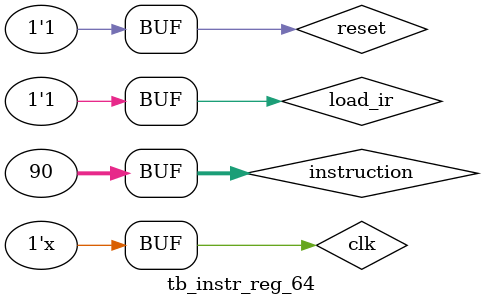
<source format=sv>
`timescale 1ns/1ns

module tb_instr_reg_64;

    // clock and reset
    logic clk;
    logic reset;

    // enable register data read
    logic load_ir;

    // register num
    logic signed [31:0] instruction;

    // instruction outputs
    logic signed [31:0] instr_all;
    logic signed [4:0] instr_25_21;
    logic signed [4:0] instr_20_16;
    logic signed [15:0] instr_15_0;

    instr_reg_64 inreg (
        .clk(clk),
        .reset(reset),
        .load_ir(load_ir),
        .instruction(instruction),
        .instr_all(instr_all),
        .instr_25_21(instr_25_21),
        .instr_20_16(instr_20_16),
        .instr_15_0(instr_15_0)
    );

    initial begin
        $monitor("time = %d\nload = %b\ninstr = %d\nall = %d\n25-21 = %d\n20-16 = %d\n15-0 = %d\n\n===-==-===-==-===", $time, load_ir, instruction, instr_all, instr_25_21, instr_20_16, instr_15_0);

        load_ir = 1;
        instruction = 420;

        #8
        load_ir = 1;
        instruction = 15;

        #8
        load_ir = 1;
        instruction = 32;

        #8
        load_ir = 0;
        instruction = 48;

        #8
        load_ir = 1;
        instruction = 90;
        reset = 1;

    end // initial begin

    always
        #5 clk = !clk;

endmodule: tb_instr_reg_64
</source>
